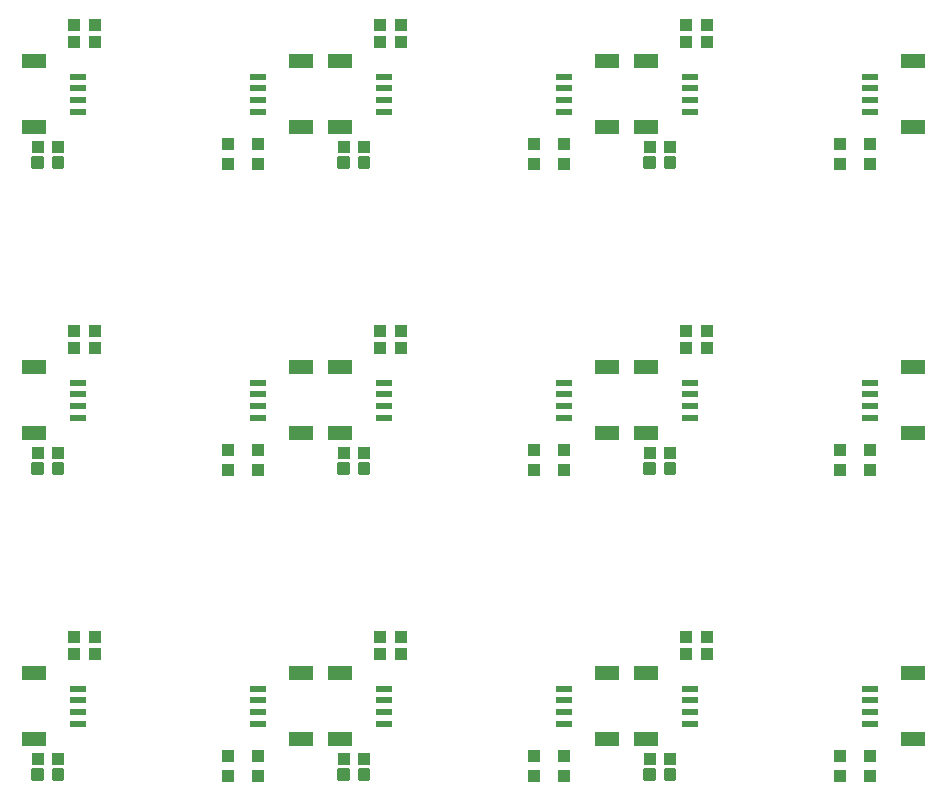
<source format=gtp>
G75*
%MOIN*%
%OFA0B0*%
%FSLAX25Y25*%
%IPPOS*%
%LPD*%
%AMOC8*
5,1,8,0,0,1.08239X$1,22.5*
%
%ADD10R,0.04331X0.03937*%
%ADD11C,0.01181*%
%ADD12R,0.07874X0.04724*%
%ADD13R,0.05315X0.02362*%
%ADD14R,0.03937X0.04331*%
D10*
X0035404Y0061250D03*
X0042096Y0061250D03*
X0047654Y0096250D03*
X0047654Y0102000D03*
X0054346Y0102000D03*
X0054346Y0096250D03*
X0042096Y0163250D03*
X0035404Y0163250D03*
X0047654Y0198250D03*
X0047654Y0204000D03*
X0054346Y0204000D03*
X0054346Y0198250D03*
X0042096Y0265250D03*
X0035404Y0265250D03*
X0047654Y0300250D03*
X0047654Y0306000D03*
X0054346Y0306000D03*
X0054346Y0300250D03*
X0137404Y0265250D03*
X0144096Y0265250D03*
X0149654Y0300250D03*
X0156346Y0300250D03*
X0156346Y0306000D03*
X0149654Y0306000D03*
X0239404Y0265250D03*
X0246096Y0265250D03*
X0251654Y0300250D03*
X0251654Y0306000D03*
X0258346Y0306000D03*
X0258346Y0300250D03*
X0258346Y0204000D03*
X0258346Y0198250D03*
X0251654Y0198250D03*
X0251654Y0204000D03*
X0246096Y0163250D03*
X0239404Y0163250D03*
X0251654Y0102000D03*
X0251654Y0096250D03*
X0258346Y0096250D03*
X0258346Y0102000D03*
X0246096Y0061250D03*
X0239404Y0061250D03*
X0156346Y0096250D03*
X0149654Y0096250D03*
X0149654Y0102000D03*
X0156346Y0102000D03*
X0144096Y0061250D03*
X0137404Y0061250D03*
X0137404Y0163250D03*
X0144096Y0163250D03*
X0149654Y0198250D03*
X0149654Y0204000D03*
X0156346Y0204000D03*
X0156346Y0198250D03*
D11*
X0033919Y0057378D02*
X0033919Y0054622D01*
X0033919Y0057378D02*
X0036675Y0057378D01*
X0036675Y0054622D01*
X0033919Y0054622D01*
X0033919Y0055802D02*
X0036675Y0055802D01*
X0036675Y0056982D02*
X0033919Y0056982D01*
X0040825Y0057378D02*
X0040825Y0054622D01*
X0040825Y0057378D02*
X0043581Y0057378D01*
X0043581Y0054622D01*
X0040825Y0054622D01*
X0040825Y0055802D02*
X0043581Y0055802D01*
X0043581Y0056982D02*
X0040825Y0056982D01*
X0135919Y0057378D02*
X0135919Y0054622D01*
X0135919Y0057378D02*
X0138675Y0057378D01*
X0138675Y0054622D01*
X0135919Y0054622D01*
X0135919Y0055802D02*
X0138675Y0055802D01*
X0138675Y0056982D02*
X0135919Y0056982D01*
X0142825Y0057378D02*
X0142825Y0054622D01*
X0142825Y0057378D02*
X0145581Y0057378D01*
X0145581Y0054622D01*
X0142825Y0054622D01*
X0142825Y0055802D02*
X0145581Y0055802D01*
X0145581Y0056982D02*
X0142825Y0056982D01*
X0237919Y0057378D02*
X0237919Y0054622D01*
X0237919Y0057378D02*
X0240675Y0057378D01*
X0240675Y0054622D01*
X0237919Y0054622D01*
X0237919Y0055802D02*
X0240675Y0055802D01*
X0240675Y0056982D02*
X0237919Y0056982D01*
X0244825Y0057378D02*
X0244825Y0054622D01*
X0244825Y0057378D02*
X0247581Y0057378D01*
X0247581Y0054622D01*
X0244825Y0054622D01*
X0244825Y0055802D02*
X0247581Y0055802D01*
X0247581Y0056982D02*
X0244825Y0056982D01*
X0244825Y0156622D02*
X0244825Y0159378D01*
X0247581Y0159378D01*
X0247581Y0156622D01*
X0244825Y0156622D01*
X0244825Y0157802D02*
X0247581Y0157802D01*
X0247581Y0158982D02*
X0244825Y0158982D01*
X0237919Y0159378D02*
X0237919Y0156622D01*
X0237919Y0159378D02*
X0240675Y0159378D01*
X0240675Y0156622D01*
X0237919Y0156622D01*
X0237919Y0157802D02*
X0240675Y0157802D01*
X0240675Y0158982D02*
X0237919Y0158982D01*
X0142825Y0159378D02*
X0142825Y0156622D01*
X0142825Y0159378D02*
X0145581Y0159378D01*
X0145581Y0156622D01*
X0142825Y0156622D01*
X0142825Y0157802D02*
X0145581Y0157802D01*
X0145581Y0158982D02*
X0142825Y0158982D01*
X0135919Y0159378D02*
X0135919Y0156622D01*
X0135919Y0159378D02*
X0138675Y0159378D01*
X0138675Y0156622D01*
X0135919Y0156622D01*
X0135919Y0157802D02*
X0138675Y0157802D01*
X0138675Y0158982D02*
X0135919Y0158982D01*
X0040825Y0159378D02*
X0040825Y0156622D01*
X0040825Y0159378D02*
X0043581Y0159378D01*
X0043581Y0156622D01*
X0040825Y0156622D01*
X0040825Y0157802D02*
X0043581Y0157802D01*
X0043581Y0158982D02*
X0040825Y0158982D01*
X0033919Y0159378D02*
X0033919Y0156622D01*
X0033919Y0159378D02*
X0036675Y0159378D01*
X0036675Y0156622D01*
X0033919Y0156622D01*
X0033919Y0157802D02*
X0036675Y0157802D01*
X0036675Y0158982D02*
X0033919Y0158982D01*
X0033919Y0258622D02*
X0033919Y0261378D01*
X0036675Y0261378D01*
X0036675Y0258622D01*
X0033919Y0258622D01*
X0033919Y0259802D02*
X0036675Y0259802D01*
X0036675Y0260982D02*
X0033919Y0260982D01*
X0040825Y0261378D02*
X0040825Y0258622D01*
X0040825Y0261378D02*
X0043581Y0261378D01*
X0043581Y0258622D01*
X0040825Y0258622D01*
X0040825Y0259802D02*
X0043581Y0259802D01*
X0043581Y0260982D02*
X0040825Y0260982D01*
X0135919Y0261378D02*
X0135919Y0258622D01*
X0135919Y0261378D02*
X0138675Y0261378D01*
X0138675Y0258622D01*
X0135919Y0258622D01*
X0135919Y0259802D02*
X0138675Y0259802D01*
X0138675Y0260982D02*
X0135919Y0260982D01*
X0142825Y0261378D02*
X0142825Y0258622D01*
X0142825Y0261378D02*
X0145581Y0261378D01*
X0145581Y0258622D01*
X0142825Y0258622D01*
X0142825Y0259802D02*
X0145581Y0259802D01*
X0145581Y0260982D02*
X0142825Y0260982D01*
X0237919Y0261378D02*
X0237919Y0258622D01*
X0237919Y0261378D02*
X0240675Y0261378D01*
X0240675Y0258622D01*
X0237919Y0258622D01*
X0237919Y0259802D02*
X0240675Y0259802D01*
X0240675Y0260982D02*
X0237919Y0260982D01*
X0244825Y0261378D02*
X0244825Y0258622D01*
X0244825Y0261378D02*
X0247581Y0261378D01*
X0247581Y0258622D01*
X0244825Y0258622D01*
X0244825Y0259802D02*
X0247581Y0259802D01*
X0247581Y0260982D02*
X0244825Y0260982D01*
D12*
X0238281Y0271726D03*
X0225219Y0271726D03*
X0225219Y0293774D03*
X0238281Y0293774D03*
X0327219Y0293774D03*
X0327219Y0271726D03*
X0327219Y0191774D03*
X0327219Y0169726D03*
X0327219Y0089774D03*
X0327219Y0067726D03*
X0238281Y0067726D03*
X0225219Y0067726D03*
X0225219Y0089774D03*
X0238281Y0089774D03*
X0238281Y0169726D03*
X0225219Y0169726D03*
X0225219Y0191774D03*
X0238281Y0191774D03*
X0136281Y0191774D03*
X0123219Y0191774D03*
X0123219Y0169726D03*
X0136281Y0169726D03*
X0136281Y0089774D03*
X0123219Y0089774D03*
X0123219Y0067726D03*
X0136281Y0067726D03*
X0034281Y0067726D03*
X0034281Y0089774D03*
X0034281Y0169726D03*
X0034281Y0191774D03*
X0034281Y0271726D03*
X0034281Y0293774D03*
X0123219Y0293774D03*
X0136281Y0293774D03*
X0136281Y0271726D03*
X0123219Y0271726D03*
D13*
X0108750Y0276844D03*
X0108750Y0280781D03*
X0108750Y0284719D03*
X0108750Y0288656D03*
X0150750Y0288656D03*
X0150750Y0284719D03*
X0150750Y0280781D03*
X0150750Y0276844D03*
X0210750Y0276844D03*
X0210750Y0280781D03*
X0210750Y0284719D03*
X0210750Y0288656D03*
X0252750Y0288656D03*
X0252750Y0284719D03*
X0252750Y0280781D03*
X0252750Y0276844D03*
X0312750Y0276844D03*
X0312750Y0280781D03*
X0312750Y0284719D03*
X0312750Y0288656D03*
X0312750Y0186656D03*
X0312750Y0182719D03*
X0312750Y0178781D03*
X0312750Y0174844D03*
X0252750Y0174844D03*
X0252750Y0178781D03*
X0252750Y0182719D03*
X0252750Y0186656D03*
X0210750Y0186656D03*
X0210750Y0182719D03*
X0210750Y0178781D03*
X0210750Y0174844D03*
X0150750Y0174844D03*
X0150750Y0178781D03*
X0150750Y0182719D03*
X0150750Y0186656D03*
X0108750Y0186656D03*
X0108750Y0182719D03*
X0108750Y0178781D03*
X0108750Y0174844D03*
X0048750Y0174844D03*
X0048750Y0178781D03*
X0048750Y0182719D03*
X0048750Y0186656D03*
X0048750Y0276844D03*
X0048750Y0280781D03*
X0048750Y0284719D03*
X0048750Y0288656D03*
X0048750Y0084656D03*
X0048750Y0080719D03*
X0048750Y0076781D03*
X0048750Y0072844D03*
X0108750Y0072844D03*
X0108750Y0076781D03*
X0108750Y0080719D03*
X0108750Y0084656D03*
X0150750Y0084656D03*
X0150750Y0080719D03*
X0150750Y0076781D03*
X0150750Y0072844D03*
X0210750Y0072844D03*
X0210750Y0076781D03*
X0210750Y0080719D03*
X0210750Y0084656D03*
X0252750Y0084656D03*
X0252750Y0080719D03*
X0252750Y0076781D03*
X0252750Y0072844D03*
X0312750Y0072844D03*
X0312750Y0076781D03*
X0312750Y0080719D03*
X0312750Y0084656D03*
D14*
X0312750Y0062096D03*
X0312750Y0055404D03*
X0302750Y0055404D03*
X0302750Y0062096D03*
X0210750Y0062096D03*
X0210750Y0055404D03*
X0200750Y0055404D03*
X0200750Y0062096D03*
X0108750Y0062096D03*
X0108750Y0055404D03*
X0098750Y0055404D03*
X0098750Y0062096D03*
X0098750Y0157404D03*
X0098750Y0164096D03*
X0108750Y0164096D03*
X0108750Y0157404D03*
X0200750Y0157404D03*
X0200750Y0164096D03*
X0210750Y0164096D03*
X0210750Y0157404D03*
X0302750Y0157404D03*
X0302750Y0164096D03*
X0312750Y0164096D03*
X0312750Y0157404D03*
X0312750Y0259404D03*
X0312750Y0266096D03*
X0302750Y0266096D03*
X0302750Y0259404D03*
X0210750Y0259404D03*
X0210750Y0266096D03*
X0200750Y0266096D03*
X0200750Y0259404D03*
X0108750Y0259404D03*
X0108750Y0266096D03*
X0098750Y0266096D03*
X0098750Y0259404D03*
M02*

</source>
